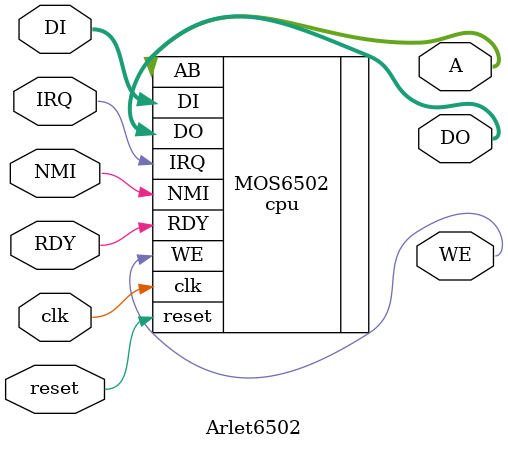
<source format=v>
/*
 * Bare wrapper around code mainly to give module the right name
 */

`include "ALU.v"
`include "cpu_syncreset.v"

module Arlet6502(clk, reset, A, DI, DO, WE, IRQ, NMI, RDY);

input clk;              // CPU clock 
input reset;            // reset signal
output [15:0] A;        // address bus
input [7:0] DI;         // data in, read bus
output [7:0] DO;        // data out, write bus
output WE;              // write enable
input IRQ;              // interrupt request
input NMI;              // non-maskable interrupt request
input RDY;              // Ready signal. Pauses CPU when RDY=0 

cpu MOS6502(
    .clk(clk), .reset(reset), .AB(A), .DI(DI), .DO(DO), .WE(WE),
    .IRQ(IRQ), .NMI(NMI), .RDY(RDY)
);

endmodule // Arlet6502

</source>
